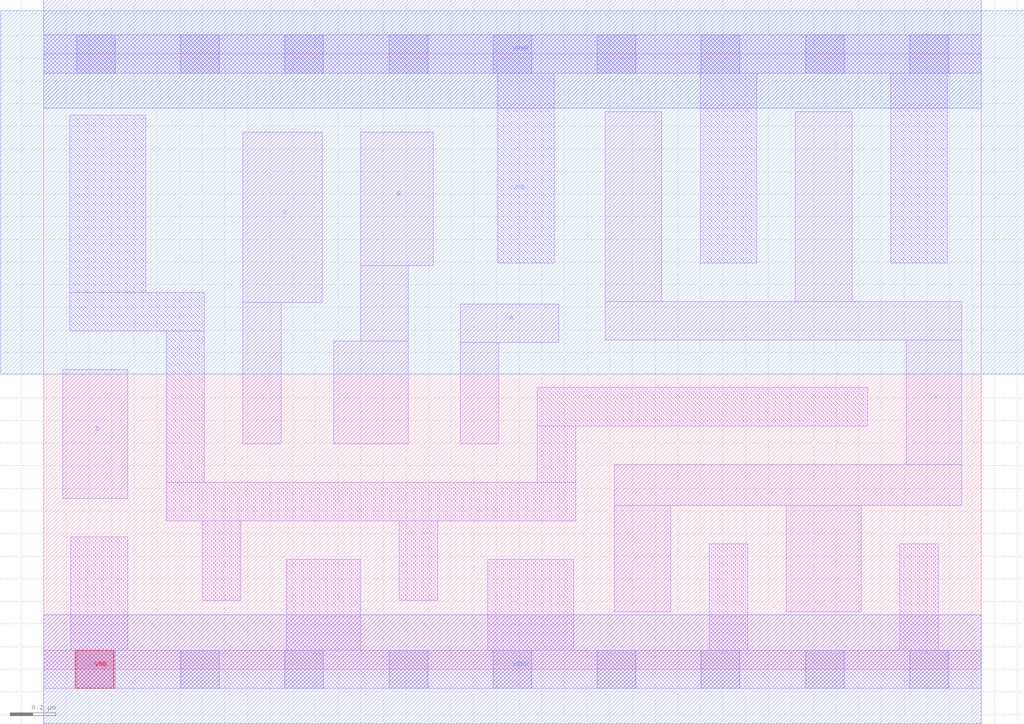
<source format=lef>
# Copyright 2020 The SkyWater PDK Authors
#
# Licensed under the Apache License, Version 2.0 (the "License");
# you may not use this file except in compliance with the License.
# You may obtain a copy of the License at
#
#     https://www.apache.org/licenses/LICENSE-2.0
#
# Unless required by applicable law or agreed to in writing, software
# distributed under the License is distributed on an "AS IS" BASIS,
# WITHOUT WARRANTIES OR CONDITIONS OF ANY KIND, either express or implied.
# See the License for the specific language governing permissions and
# limitations under the License.
#
# SPDX-License-Identifier: Apache-2.0

VERSION 5.7 ;
  NOWIREEXTENSIONATPIN ON ;
  DIVIDERCHAR "/" ;
  BUSBITCHARS "[]" ;
MACRO sky130_fd_sc_hd__or4_4
  CLASS CORE ;
  FOREIGN sky130_fd_sc_hd__or4_4 ;
  ORIGIN  0.000000  0.000000 ;
  SIZE  4.140000 BY  2.720000 ;
  SYMMETRY X Y R90 ;
  SITE unithd ;
  PIN A
    ANTENNAGATEAREA  0.247500 ;
    DIRECTION INPUT ;
    USE SIGNAL ;
    PORT
      LAYER li1 ;
        RECT 1.840000 0.995000 2.010000 1.445000 ;
        RECT 1.840000 1.445000 2.275000 1.615000 ;
    END
  END A
  PIN B
    ANTENNAGATEAREA  0.247500 ;
    DIRECTION INPUT ;
    USE SIGNAL ;
    PORT
      LAYER li1 ;
        RECT 1.280000 0.995000 1.610000 1.450000 ;
        RECT 1.400000 1.450000 1.610000 1.785000 ;
        RECT 1.400000 1.785000 1.720000 2.375000 ;
    END
  END B
  PIN C
    ANTENNAGATEAREA  0.247500 ;
    DIRECTION INPUT ;
    USE SIGNAL ;
    PORT
      LAYER li1 ;
        RECT 0.880000 0.995000 1.050000 1.620000 ;
        RECT 0.880000 1.620000 1.230000 2.375000 ;
    END
  END C
  PIN D
    ANTENNAGATEAREA  0.247500 ;
    DIRECTION INPUT ;
    USE SIGNAL ;
    PORT
      LAYER li1 ;
        RECT 0.085000 0.755000 0.370000 1.325000 ;
    END
  END D
  PIN VNB
    PORT
      LAYER pwell ;
        RECT 0.140000 -0.085000 0.310000 0.085000 ;
    END
  END VNB
  PIN VPB
    PORT
      LAYER nwell ;
        RECT -0.190000 1.305000 4.330000 2.910000 ;
    END
  END VPB
  PIN X
    ANTENNADIFFAREA  0.891000 ;
    DIRECTION OUTPUT ;
    USE SIGNAL ;
    PORT
      LAYER li1 ;
        RECT 2.480000 1.455000 4.055000 1.625000 ;
        RECT 2.480000 1.625000 2.730000 2.465000 ;
        RECT 2.520000 0.255000 2.770000 0.725000 ;
        RECT 2.520000 0.725000 4.055000 0.905000 ;
        RECT 3.280000 0.255000 3.610000 0.725000 ;
        RECT 3.320000 1.625000 3.570000 2.465000 ;
        RECT 3.810000 0.905000 4.055000 1.455000 ;
    END
  END X
  PIN VGND
    DIRECTION INOUT ;
    SHAPE ABUTMENT ;
    USE GROUND ;
    PORT
      LAYER met1 ;
        RECT 0.000000 -0.240000 4.140000 0.240000 ;
    END
  END VGND
  PIN VPWR
    DIRECTION INOUT ;
    SHAPE ABUTMENT ;
    USE POWER ;
    PORT
      LAYER met1 ;
        RECT 0.000000 2.480000 4.140000 2.960000 ;
    END
  END VPWR
  OBS
    LAYER li1 ;
      RECT 0.000000 -0.085000 4.140000 0.085000 ;
      RECT 0.000000  2.635000 4.140000 2.805000 ;
      RECT 0.115000  1.495000 0.710000 1.665000 ;
      RECT 0.115000  1.665000 0.450000 2.450000 ;
      RECT 0.120000  0.085000 0.370000 0.585000 ;
      RECT 0.540000  0.655000 2.350000 0.825000 ;
      RECT 0.540000  0.825000 0.710000 1.495000 ;
      RECT 0.700000  0.305000 0.870000 0.655000 ;
      RECT 1.070000  0.085000 1.400000 0.485000 ;
      RECT 1.570000  0.305000 1.740000 0.655000 ;
      RECT 1.960000  0.085000 2.340000 0.485000 ;
      RECT 2.005000  1.795000 2.255000 2.635000 ;
      RECT 2.180000  0.825000 2.350000 1.075000 ;
      RECT 2.180000  1.075000 3.640000 1.245000 ;
      RECT 2.900000  1.795000 3.150000 2.635000 ;
      RECT 2.940000  0.085000 3.110000 0.555000 ;
      RECT 3.740000  1.795000 3.990000 2.635000 ;
      RECT 3.780000  0.085000 3.950000 0.555000 ;
    LAYER mcon ;
      RECT 0.145000 -0.085000 0.315000 0.085000 ;
      RECT 0.145000  2.635000 0.315000 2.805000 ;
      RECT 0.605000 -0.085000 0.775000 0.085000 ;
      RECT 0.605000  2.635000 0.775000 2.805000 ;
      RECT 1.065000 -0.085000 1.235000 0.085000 ;
      RECT 1.065000  2.635000 1.235000 2.805000 ;
      RECT 1.525000 -0.085000 1.695000 0.085000 ;
      RECT 1.525000  2.635000 1.695000 2.805000 ;
      RECT 1.985000 -0.085000 2.155000 0.085000 ;
      RECT 1.985000  2.635000 2.155000 2.805000 ;
      RECT 2.445000 -0.085000 2.615000 0.085000 ;
      RECT 2.445000  2.635000 2.615000 2.805000 ;
      RECT 2.905000 -0.085000 3.075000 0.085000 ;
      RECT 2.905000  2.635000 3.075000 2.805000 ;
      RECT 3.365000 -0.085000 3.535000 0.085000 ;
      RECT 3.365000  2.635000 3.535000 2.805000 ;
      RECT 3.825000 -0.085000 3.995000 0.085000 ;
      RECT 3.825000  2.635000 3.995000 2.805000 ;
  END
END sky130_fd_sc_hd__or4_4
END LIBRARY

</source>
